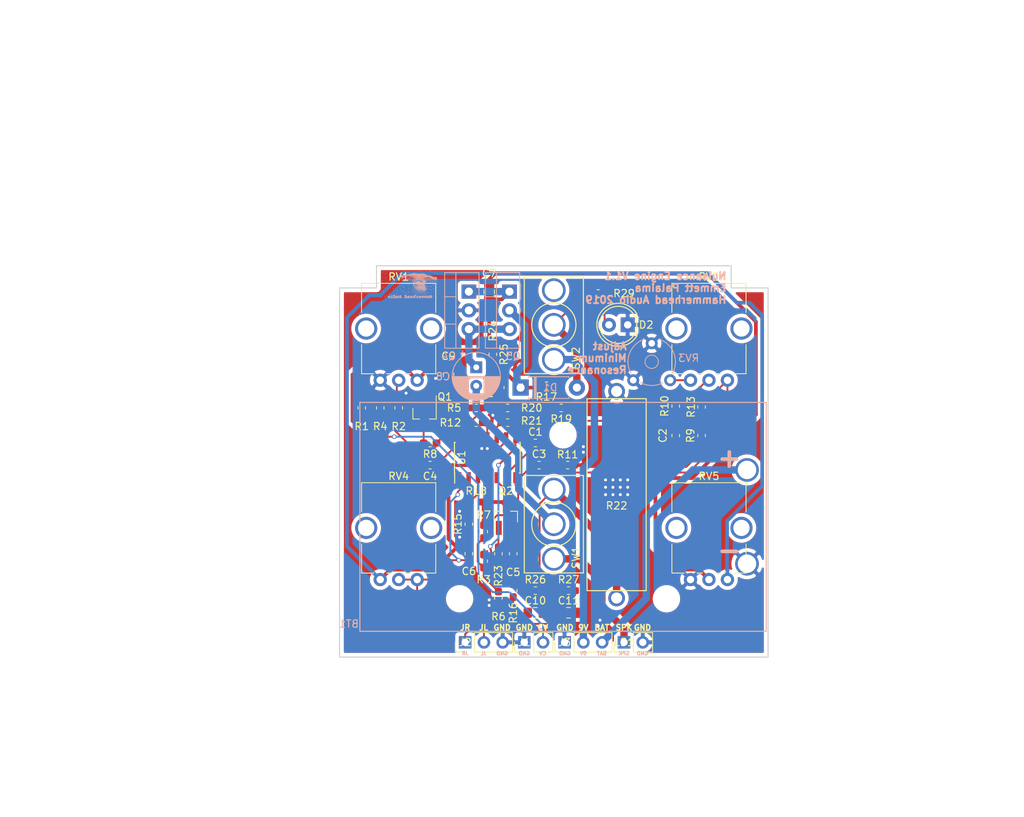
<source format=kicad_pcb>
(kicad_pcb (version 20171130) (host pcbnew "(5.1.2-1)-1")
  (layers (0 F.Cu signal) (31 B.Cu signal) (34 B.Paste user) (35 F.Paste user) (36 B.SilkS user) (37 F.SilkS user) (38 B.Mask user) (39 F.Mask user) (44 Edge.Cuts user))
  (net 0 "")
  (net 1 GND)
  (net 2 "Net-(BT1-Pad1)")
  (net 3 "Net-(C1-Pad1)")
  (net 4 "Net-(C1-Pad2)")
  (net 5 "Net-(C2-Pad2)")
  (net 6 "Net-(C3-Pad1)")
  (net 7 "Net-(C4-Pad1)")
  (net 8 "Net-(C4-Pad2)")
  (net 9 "Net-(C5-Pad1)")
  (net 10 "Net-(C6-Pad1)")
  (net 11 "Net-(C6-Pad2)")
  (net 12 "Net-(C7-Pad1)")
  (net 13 "Net-(C7-Pad2)")
  (net 14 "Net-(C8-Pad1)")
  (net 15 "Net-(C8-Pad2)")
  (net 16 VDD)
  (net 17 "Net-(C10-Pad1)")
  (net 18 "Net-(C10-Pad2)")
  (net 19 "Net-(C11-Pad1)")
  (net 20 "Net-(C11-Pad2)")
  (net 21 "Net-(D1-Pad2)")
  (net 22 "Net-(D2-Pad2)")
  (net 23 "Net-(LS1-Pad1)")
  (net 24 "Net-(Q1-Pad3)")
  (net 25 "Net-(Q2-Pad2)")
  (net 26 "Net-(Q2-Pad1)")
  (net 27 "Net-(R1-Pad2)")
  (net 28 "Net-(R2-Pad1)")
  (net 29 "Net-(R3-Pad2)")
  (net 30 "Net-(R12-Pad1)")
  (net 31 "Net-(R10-Pad2)")
  (net 32 "Net-(R14-Pad2)")
  (net 33 "Net-(R15-Pad2)")
  (net 34 "Net-(R17-Pad2)")
  (net 35 "Net-(R20-Pad2)")
  (net 36 "Net-(R22-Pad1)")
  (net 37 "Net-(RV2-Pad1)")
  (net 38 "Net-(J1-Pad2)")
  (net 39 "Net-(J3-Pad2)")
  (net 40 "Net-(SW2-Pad3)")
  (net 41 "Net-(Q1-Pad1)")
  (module HammerheadAudio:HHLOGO (layer B.Cu) (at 64.5 47.5 180)
    (fp_text reference LOGO hide)
    (fp_text value "" (at 0 0 180) (layer B.SilkS) (effects (font (size 1.27 1.27)) (justify mirror)))
  )
  (module HammerheadAudio:PTV09 (layer F.Cu) (at 59 55)
    (fp_text reference RV1 (at 0 -6.5) (layer F.SilkS))
    (fp_text value A10K)
    (pad "" thru_hole circle (at 4.4 0.5 90) (size 3 3) (drill 2.2) (layers *.Cu *.Mask))
    (pad "" thru_hole circle (at -4.4 0.5 90) (size 3 3) (drill 2.2) (layers *.Cu *.Mask))
    (pad 3 thru_hole circle (at 2.5 7.5 90) (size 1.8 1.8) (drill 1) (layers *.Cu *.Mask) (net 16 VDD))
    (pad 2 thru_hole circle (at 0 7.5 90) (size 1.8 1.8) (drill 1) (layers *.Cu *.Mask) (net 28 "Net-(R2-Pad1)"))
    (pad 1 thru_hole circle (at -2.5 7.5 90) (size 1.8 1.8) (drill 1) (layers *.Cu *.Mask) (net 1 GND))
  )
  (module HammerheadAudio:PTV09 (layer F.Cu) (at 59 82)
    (fp_text reference RV4 (at 0 -6.5) (layer F.SilkS))
    (fp_text value A1M)
    (pad "" thru_hole circle (at 4.4 0.5 90) (size 3 3) (drill 2.2) (layers *.Cu *.Mask))
    (pad "" thru_hole circle (at -4.4 0.5 90) (size 3 3) (drill 2.2) (layers *.Cu *.Mask))
    (pad 3 thru_hole circle (at 2.5 7.5 90) (size 1.8 1.8) (drill 1) (layers *.Cu *.Mask) (net 11 "Net-(C6-Pad2)"))
    (pad 2 thru_hole circle (at 0 7.5 90) (size 1.8 1.8) (drill 1) (layers *.Cu *.Mask) (net 11 "Net-(C6-Pad2)"))
    (pad 1 thru_hole circle (at -2.5 7.5 90) (size 1.8 1.8) (drill 1) (layers *.Cu *.Mask) (net 10 "Net-(C6-Pad1)"))
  )
  (module HammerheadAudio:PTV09 (layer F.Cu) (at 101 82)
    (fp_text reference RV5 (at 0 -6.5) (layer F.SilkS))
    (fp_text value B10K)
    (pad "" thru_hole circle (at 4.4 0.5 90) (size 3 3) (drill 2.2) (layers *.Cu *.Mask))
    (pad "" thru_hole circle (at -4.4 0.5 90) (size 3 3) (drill 2.2) (layers *.Cu *.Mask))
    (pad 3 thru_hole circle (at 2.5 7.5 90) (size 1.8 1.8) (drill 1) (layers *.Cu *.Mask) (net 10 "Net-(C6-Pad1)"))
    (pad 2 thru_hole circle (at 0 7.5 90) (size 1.8 1.8) (drill 1) (layers *.Cu *.Mask) (net 13 "Net-(C7-Pad2)"))
    (pad 1 thru_hole circle (at -2.5 7.5 90) (size 1.8 1.8) (drill 1) (layers *.Cu *.Mask) (net 1 GND))
  )
  (module HammerheadAudio:PTV09 (layer F.Cu) (at 101 55)
    (fp_text reference RV2 (at 0 -6.5) (layer F.SilkS))
    (fp_text value A100K)
    (pad "" thru_hole circle (at 4.4 0.5 90) (size 3 3) (drill 2.2) (layers *.Cu *.Mask))
    (pad "" thru_hole circle (at -4.4 0.5 90) (size 3 3) (drill 2.2) (layers *.Cu *.Mask))
    (pad 3 thru_hole circle (at 2.5 7.5 90) (size 1.8 1.8) (drill 1) (layers *.Cu *.Mask) (net 6 "Net-(C3-Pad1)"))
    (pad 2 thru_hole circle (at 0 7.5 90) (size 1.8 1.8) (drill 1) (layers *.Cu *.Mask) (net 31 "Net-(R10-Pad2)"))
    (pad 1 thru_hole circle (at -2.5 7.5 90) (size 1.8 1.8) (drill 1) (layers *.Cu *.Mask) (net 37 "Net-(RV2-Pad1)"))
  )
  (module HammerheadAudio:Toggle_3Lug (layer F.Cu) (at 80 82)
    (fp_text reference SW1 (at 3 4.5 90) (layer F.SilkS))
    (fp_text value SW_SPDT)
    (pad 1 thru_hole circle (at 0 4.7) (size 3.2 3.2) (drill 2.5) (layers *.Cu *.Mask) (net 23 "Net-(LS1-Pad1)"))
    (pad 2 thru_hole circle (at 0 0) (size 3.2 3.2) (drill 2.5) (layers *.Cu *.Mask) (net 15 "Net-(C8-Pad2)"))
    (pad 3 thru_hole circle (at 0 -4.7) (size 3.2 3.2) (drill 2.5) (layers *.Cu *.Mask) (net 36 "Net-(R22-Pad1)"))
  )
  (module Diode_THT:D_DO-41_SOD81_P7.62mm_Horizontal (layer B.Cu) (at 75.5 63.5)
    (fp_text reference D1 (at 4 0) (layer B.SilkS) (effects (justify mirror)))
    (fp_text value 1N4001)
    (fp_text user K (at 0 0) (layer B.SilkS) (effects (justify mirror)))
    (pad 2 thru_hole oval (at 7.62 0) (size 2.2 2.2) (drill 1.1) (layers *.Cu *.Mask) (net 21 "Net-(D1-Pad2)"))
    (pad 1 thru_hole rect (at 0 0) (size 2.2 2.2) (drill 1.1) (layers *.Cu *.Mask) (net 16 VDD))
  )
  (module Package_SO:SOIC-14_3.9x8.7mm_P1.27mm (layer F.Cu) (at 71 73 90)
    (fp_text reference U1 (at 0 -3.5 90) (layer F.SilkS))
    (fp_text value LM324)
    (pad 14 smd rect (at 2.7 -3.81 90) (size 1.5 0.6) (layers F.Cu F.Paste F.Mask) (net 8 "Net-(C4-Pad2)"))
    (pad 13 smd rect (at 2.7 -2.54 90) (size 1.5 0.6) (layers F.Cu F.Paste F.Mask) (net 7 "Net-(C4-Pad1)"))
    (pad 12 smd rect (at 2.7 -1.27 90) (size 1.5 0.6) (layers F.Cu F.Paste F.Mask) (net 30 "Net-(R12-Pad1)"))
    (pad 11 smd rect (at 2.7 0 90) (size 1.5 0.6) (layers F.Cu F.Paste F.Mask) (net 1 GND))
    (pad 10 smd rect (at 2.7 1.27 90) (size 1.5 0.6) (layers F.Cu F.Paste F.Mask) (net 35 "Net-(R20-Pad2)"))
    (pad 9 smd rect (at 2.7 2.54 90) (size 1.5 0.6) (layers F.Cu F.Paste F.Mask) (net 8 "Net-(C4-Pad2)"))
    (pad 8 smd rect (at 2.7 3.81 90) (size 1.5 0.6) (layers F.Cu F.Paste F.Mask) (net 32 "Net-(R14-Pad2)"))
    (pad 7 smd rect (at -2.7 3.81 90) (size 1.5 0.6) (layers F.Cu F.Paste F.Mask) (net 6 "Net-(C3-Pad1)"))
    (pad 6 smd rect (at -2.7 2.54 90) (size 1.5 0.6) (layers F.Cu F.Paste F.Mask) (net 4 "Net-(C1-Pad2)"))
    (pad 5 smd rect (at -2.7 1.27 90) (size 1.5 0.6) (layers F.Cu F.Paste F.Mask) (net 29 "Net-(R3-Pad2)"))
    (pad 4 smd rect (at -2.7 0 90) (size 1.5 0.6) (layers F.Cu F.Paste F.Mask) (net 16 VDD))
    (pad 3 smd rect (at -2.7 -1.27 90) (size 1.5 0.6) (layers F.Cu F.Paste F.Mask) (net 33 "Net-(R15-Pad2)"))
    (pad 2 smd rect (at -2.7 -2.54 90) (size 1.5 0.6) (layers F.Cu F.Paste F.Mask) (net 11 "Net-(C6-Pad2)"))
    (pad 1 smd rect (at -2.7 -3.81 90) (size 1.5 0.6) (layers F.Cu F.Paste F.Mask) (net 10 "Net-(C6-Pad1)"))
  )
  (module Package_TO_SOT_THT:TO-220-3_Vertical (layer B.Cu) (at 68.5 50.5 270)
    (fp_text reference Q4 (at 8.75 2.75) (layer B.SilkS) (effects (justify mirror)))
    (fp_text value TIP32A)
    (pad 3 thru_hole oval (at 5.08 0 270) (size 1.905 2) (drill 1.1) (layers *.Cu *.Mask) (net 14 "Net-(C8-Pad1)"))
    (pad 2 thru_hole oval (at 2.54 0 270) (size 1.905 2) (drill 1.1) (layers *.Cu *.Mask) (net 1 GND))
    (pad 1 thru_hole rect (at 0 0 270) (size 1.905 2) (drill 1.1) (layers *.Cu *.Mask) (net 12 "Net-(C7-Pad1)"))
  )
  (module Package_TO_SOT_THT:TO-220-3_Vertical (layer B.Cu) (at 74 50.5 270)
    (fp_text reference Q3 (at 8.75 -0.5) (layer B.SilkS) (effects (justify mirror)))
    (fp_text value TIP31A)
    (pad 3 thru_hole oval (at 5.08 0 270) (size 1.905 2) (drill 1.1) (layers *.Cu *.Mask) (net 14 "Net-(C8-Pad1)"))
    (pad 2 thru_hole oval (at 2.54 0 270) (size 1.905 2) (drill 1.1) (layers *.Cu *.Mask) (net 16 VDD))
    (pad 1 thru_hole rect (at 0 0 270) (size 1.905 2) (drill 1.1) (layers *.Cu *.Mask) (net 12 "Net-(C7-Pad1)"))
  )
  (module HammerheadAudio:9V_Clip (layer B.Cu) (at 81.25 81)
    (fp_text reference BT1 (at -29 14.5) (layer B.SilkS) (effects (justify mirror)))
    (fp_text value 9V_Battery)
    (fp_text user + (at 22.5 -8) (layer B.SilkS) (effects (font (size 2.5 2.5) (thickness 0.5)) (justify mirror)))
    (fp_text user - (at 22.5 4.5) (layer B.SilkS) (effects (font (size 2.5 2.5) (thickness 0.5)) (justify mirror)))
    (pad "" np_thru_hole circle (at 0 -11.1) (size 2.7 2.7) (drill 2.7) (layers *.Cu *.Mask))
    (pad "" np_thru_hole circle (at -14 11.1) (size 2.7 2.7) (drill 2.7) (layers *.Cu *.Mask))
    (pad "" np_thru_hole circle (at 14 11.1) (size 2.7 2.7) (drill 2.7) (layers *.Cu *.Mask))
    (pad 2 thru_hole circle (at 24.9 6.35) (size 3.2 3.2) (drill 2.5) (layers *.Cu *.Mask) (net 1 GND))
    (pad 1 thru_hole circle (at 24.9 -6.35) (size 3.2 3.2) (drill 2.5) (layers *.Cu *.Mask) (net 2 "Net-(BT1-Pad1)"))
  )
  (module LEDs:LED-5MM (layer F.Cu) (at 90 55 180)
    (fp_text reference D2 (at -2.5 0 180) (layer F.SilkS))
    (fp_text value LED)
    (pad 1 thru_hole rect (at 0 0 270) (size 2 1.9) (drill 1.00076) (layers *.Cu *.Mask) (net 1 GND))
    (pad 2 thru_hole circle (at 2.54 0 180) (size 1.9 1.9) (drill 1.00076) (layers *.Cu *.Mask) (net 22 "Net-(D2-Pad2)"))
  )
  (module HammerheadAudio:Resistor_Vishay5W (layer F.Cu) (at 88.5 78 90)
    (fp_text reference R22 (at -1.5 0 180) (layer F.SilkS))
    (fp_text value 8-Ohm-5W)
    (pad 1 thru_hole circle (at -14 0 90) (size 2.262 2.262) (drill 1.5) (layers *.Cu *.Mask) (net 36 "Net-(R22-Pad1)"))
    (pad 2 thru_hole circle (at 14 0 90) (size 2.262 2.262) (drill 1.5) (layers *.Cu *.Mask) (net 1 GND))
  )
  (module Potentiometers:Potentiometer_Trimmer_Piher_PT-6v_Horizontal (layer B.Cu) (at 90.75 62.5 90)
    (fp_text reference RV3 (at 3 7.5 180) (layer B.SilkS) (effects (justify mirror)))
    (fp_text value 100k_TRIM)
    (pad 3 thru_hole circle (at 0 5 90) (size 1.62 1.62) (drill 0.9) (layers *.Cu *.Mask) (net 37 "Net-(RV2-Pad1)"))
    (pad 2 thru_hole circle (at 5 2.5 90) (size 1.62 1.62) (drill 0.9) (layers *.Cu *.Mask) (net 1 GND))
    (pad 1 thru_hole circle (at 0 0 90) (size 1.62 1.62) (drill 0.9) (layers *.Cu *.Mask) (net 1 GND))
  )
  (module HammerheadAudio:Toggle_3Lug (layer F.Cu) (at 80 55)
    (fp_text reference SW2 (at 3 4.5 90) (layer F.SilkS))
    (fp_text value SW_SPDT)
    (pad 1 thru_hole circle (at 0 4.7) (size 3.2 3.2) (drill 2.5) (layers *.Cu *.Mask) (net 39 "Net-(J3-Pad2)"))
    (pad 2 thru_hole circle (at 0 0) (size 3.2 3.2) (drill 2.5) (layers *.Cu *.Mask) (net 21 "Net-(D1-Pad2)"))
    (pad 3 thru_hole circle (at 0 -4.7) (size 3.2 3.2) (drill 2.5) (layers *.Cu *.Mask) (net 40 "Net-(SW2-Pad3)"))
  )
  (module Connector_PinHeader_2.54mm:PinHeader_1x02_P2.54mm_Vertical (layer F.Cu) (at 76 98 90)
    (fp_text reference J1 (at 0 0 180) (layer F.SilkS))
    (fp_text value CV)
    (pad 2 thru_hole oval (at 0 2.54 90) (size 1.7 1.7) (drill 1) (layers *.Cu *.Mask) (net 38 "Net-(J1-Pad2)"))
    (pad 1 thru_hole rect (at 0 0 90) (size 1.7 1.7) (drill 1) (layers *.Cu *.Mask) (net 1 GND))
  )
  (module Connector_PinHeader_2.54mm:PinHeader_1x03_P2.54mm_Vertical (layer F.Cu) (at 68 98 90)
    (fp_text reference J2 (at 0 0) (layer F.SilkS))
    (fp_text value Headphones)
    (pad 3 thru_hole oval (at 0 5.08 90) (size 1.7 1.7) (drill 1) (layers *.Cu *.Mask) (net 1 GND))
    (pad 2 thru_hole oval (at 0 2.54 90) (size 1.7 1.7) (drill 1) (layers *.Cu *.Mask) (net 19 "Net-(C11-Pad1)"))
    (pad 1 thru_hole rect (at 0 0 90) (size 1.7 1.7) (drill 1) (layers *.Cu *.Mask) (net 17 "Net-(C10-Pad1)"))
  )
  (module Connector_PinHeader_2.54mm:PinHeader_1x03_P2.54mm_Vertical (layer F.Cu) (at 81.46 98 90)
    (fp_text reference J3 (at 0 0 180) (layer F.SilkS))
    (fp_text value Power)
    (pad 1 thru_hole rect (at 0 0 90) (size 1.7 1.7) (drill 1) (layers *.Cu *.Mask) (net 1 GND))
    (pad 2 thru_hole oval (at 0 2.54 90) (size 1.7 1.7) (drill 1) (layers *.Cu *.Mask) (net 39 "Net-(J3-Pad2)"))
    (pad 3 thru_hole oval (at 0 5.08 90) (size 1.7 1.7) (drill 1) (layers *.Cu *.Mask) (net 2 "Net-(BT1-Pad1)"))
  )
  (module Connector_PinHeader_2.54mm:PinHeader_1x02_P2.54mm_Vertical (layer F.Cu) (at 89.5 98 90)
    (fp_text reference LS1 (at 0 0) (layer F.SilkS))
    (fp_text value Speaker)
    (pad 1 thru_hole rect (at 0 0 90) (size 1.7 1.7) (drill 1) (layers *.Cu *.Mask) (net 23 "Net-(LS1-Pad1)"))
    (pad 2 thru_hole oval (at 0 2.54 90) (size 1.7 1.7) (drill 1) (layers *.Cu *.Mask) (net 1 GND))
  )
  (module Capacitor_THT:CP_Radial_D6.3mm_P2.50mm (layer B.Cu) (at 69.5 60.75 270)
    (fp_text reference C8 (at 1.25 4.5) (layer B.SilkS) (effects (justify mirror)))
    (fp_text value 100uf)
    (pad 1 thru_hole rect (at 0 0 270) (size 1.6 1.6) (drill 0.8) (layers *.Cu *.Mask) (net 14 "Net-(C8-Pad1)"))
    (pad 2 thru_hole circle (at 2.5 0 270) (size 1.6 1.6) (drill 0.8) (layers *.Cu *.Mask) (net 15 "Net-(C8-Pad2)"))
  )
  (module Capacitor_SMD:C_0603_1608Metric_Pad1.05x0.95mm_HandSolder (layer F.Cu) (at 77.5 71 180)
    (fp_text reference C1 (at 0 1.5) (layer F.SilkS))
    (fp_text value 47pf)
    (pad 1 smd roundrect (at -0.875 0 180) (size 1.05 0.95) (layers F.Cu F.Paste F.Mask) (net 3 "Net-(C1-Pad1)"))
    (pad 2 smd roundrect (at 0.875 0 180) (size 1.05 0.95) (layers F.Cu F.Paste F.Mask) (net 4 "Net-(C1-Pad2)"))
  )
  (module Capacitor_SMD:C_0603_1608Metric_Pad1.05x0.95mm_HandSolder (layer F.Cu) (at 96.5 70 90)
    (fp_text reference C2 (at 0 -1.75 90) (layer F.SilkS))
    (fp_text value 0.047uf)
    (pad 1 smd roundrect (at -0.875 0 90) (size 1.05 0.95) (layers F.Cu F.Paste F.Mask) (net 1 GND))
    (pad 2 smd roundrect (at 0.875 0 90) (size 1.05 0.95) (layers F.Cu F.Paste F.Mask) (net 5 "Net-(C2-Pad2)"))
  )
  (module Capacitor_SMD:C_0603_1608Metric_Pad1.05x0.95mm_HandSolder (layer F.Cu) (at 78 74)
    (fp_text reference C3 (at 0 -1.5) (layer F.SilkS))
    (fp_text value 47pf)
    (pad 2 smd roundrect (at 0.875 0) (size 1.05 0.95) (layers F.Cu F.Paste F.Mask) (net 3 "Net-(C1-Pad1)"))
    (pad 1 smd roundrect (at -0.875 0) (size 1.05 0.95) (layers F.Cu F.Paste F.Mask) (net 6 "Net-(C3-Pad1)"))
  )
  (module Capacitor_SMD:C_0603_1608Metric_Pad1.05x0.95mm_HandSolder (layer F.Cu) (at 63.25 74)
    (fp_text reference C4 (at 0 1.5 180) (layer F.SilkS))
    (fp_text value 0.047uf)
    (pad 2 smd roundrect (at 0.875 0) (size 1.05 0.95) (layers F.Cu F.Paste F.Mask) (net 8 "Net-(C4-Pad2)"))
    (pad 1 smd roundrect (at -0.875 0) (size 1.05 0.95) (layers F.Cu F.Paste F.Mask) (net 7 "Net-(C4-Pad1)"))
  )
  (module Capacitor_SMD:C_0603_1608Metric_Pad1.05x0.95mm_HandSolder (layer F.Cu) (at 74.5 86 90)
    (fp_text reference C5 (at -2.5 0 180) (layer F.SilkS))
    (fp_text value 0.1uf)
    (pad 2 smd roundrect (at 0.875 0 90) (size 1.05 0.95) (layers F.Cu F.Paste F.Mask) (net 6 "Net-(C3-Pad1)"))
    (pad 1 smd roundrect (at -0.875 0 90) (size 1.05 0.95) (layers F.Cu F.Paste F.Mask) (net 9 "Net-(C5-Pad1)"))
  )
  (module Capacitor_SMD:C_0603_1608Metric_Pad1.05x0.95mm_HandSolder (layer F.Cu) (at 68.5 86 270)
    (fp_text reference C6 (at 2.375 0) (layer F.SilkS))
    (fp_text value 0.01uf)
    (pad 1 smd roundrect (at -0.875 0 270) (size 1.05 0.95) (layers F.Cu F.Paste F.Mask) (net 10 "Net-(C6-Pad1)"))
    (pad 2 smd roundrect (at 0.875 0 270) (size 1.05 0.95) (layers F.Cu F.Paste F.Mask) (net 11 "Net-(C6-Pad2)"))
  )
  (module Capacitor_SMD:C_0805_2012Metric_Pad1.15x1.40mm_HandSolder (layer F.Cu) (at 71.25 50.525 90)
    (fp_text reference C7 (at 2.5 0) (layer F.SilkS))
    (fp_text value 0.47uf)
    (pad 1 smd roundrect (at -1.025 0 90) (size 1.15 1.4) (layers F.Cu F.Paste F.Mask) (roundrect_rratio 0.217391) (net 12 "Net-(C7-Pad1)"))
    (pad 2 smd roundrect (at 1.025 0 90) (size 1.15 1.4) (layers F.Cu F.Paste F.Mask) (roundrect_rratio 0.217391) (net 13 "Net-(C7-Pad2)"))
  )
  (module Resistor_SMD:R_0805_2012Metric_Pad1.15x1.40mm_HandSolder (layer F.Cu) (at 65.75 61.75 270)
    (fp_text reference C9 (at -2.525 0 180) (layer F.SilkS))
    (fp_text value DNP)
    (pad 1 smd roundrect (at -1.025 0 270) (size 1.15 1.4) (layers F.Cu F.Paste F.Mask) (roundrect_rratio 0.217391) (net 16 VDD))
    (pad 2 smd roundrect (at 1.025 0 270) (size 1.15 1.4) (layers F.Cu F.Paste F.Mask) (roundrect_rratio 0.217391) (net 1 GND))
  )
  (module Resistor_SMD:R_0805_2012Metric_Pad1.15x1.40mm_HandSolder (layer F.Cu) (at 77.5 94)
    (fp_text reference C10 (at 0 -1.65) (layer F.SilkS))
    (fp_text value 10uf)
    (pad 2 smd roundrect (at 1.025 0) (size 1.15 1.4) (layers F.Cu F.Paste F.Mask) (roundrect_rratio 0.217391) (net 18 "Net-(C10-Pad2)"))
    (pad 1 smd roundrect (at -1.025 0) (size 1.15 1.4) (layers F.Cu F.Paste F.Mask) (roundrect_rratio 0.217391) (net 17 "Net-(C10-Pad1)"))
  )
  (module Resistor_SMD:R_0805_2012Metric_Pad1.15x1.40mm_HandSolder (layer F.Cu) (at 82 94)
    (fp_text reference C11 (at 0 -1.65) (layer F.SilkS))
    (fp_text value 10uf)
    (pad 1 smd roundrect (at -1.025 0) (size 1.15 1.4) (layers F.Cu F.Paste F.Mask) (roundrect_rratio 0.217391) (net 19 "Net-(C11-Pad1)"))
    (pad 2 smd roundrect (at 1.025 0) (size 1.15 1.4) (layers F.Cu F.Paste F.Mask) (roundrect_rratio 0.217391) (net 20 "Net-(C11-Pad2)"))
  )
  (module Package_TO_SOT_SMD:SOT-23_Handsoldering (layer F.Cu) (at 62.5 67 270)
    (fp_text reference Q1 (at -2.25 -2.75) (layer F.SilkS))
    (fp_text value 2N3904)
    (pad 3 smd rect (at 1.5 0 270) (size 1.9 0.8) (layers F.Cu F.Paste F.Mask) (net 24 "Net-(Q1-Pad3)"))
    (pad 2 smd rect (at -1.5 0.95 270) (size 1.9 0.8) (layers F.Cu F.Paste F.Mask) (net 1 GND))
    (pad 1 smd rect (at -1.5 -0.95 270) (size 1.9 0.8) (layers F.Cu F.Paste F.Mask) (net 41 "Net-(Q1-Pad1)"))
  )
  (module Package_TO_SOT_SMD:SOT-23_Handsoldering (layer F.Cu) (at 73.5 81 90)
    (fp_text reference Q2 (at 3.5 0) (layer F.SilkS))
    (fp_text value 2N3904)
    (pad 1 smd rect (at -1.5 -0.95 90) (size 1.9 0.8) (layers F.Cu F.Paste F.Mask) (net 26 "Net-(Q2-Pad1)"))
    (pad 2 smd rect (at -1.5 0.95 90) (size 1.9 0.8) (layers F.Cu F.Paste F.Mask) (net 25 "Net-(Q2-Pad2)"))
    (pad 3 smd rect (at 1.5 0 90) (size 1.9 0.8) (layers F.Cu F.Paste F.Mask) (net 16 VDD))
  )
  (module Resistor_SMD:R_0603_1608Metric_Pad1.05x0.95mm_HandSolder (layer F.Cu) (at 54 66.25 90)
    (fp_text reference R1 (at -2.5 0 180) (layer F.SilkS))
    (fp_text value 1k)
    (pad 1 smd roundrect (at -0.875 0 90) (size 1.05 0.95) (layers F.Cu F.Paste F.Mask) (net 38 "Net-(J1-Pad2)"))
    (pad 2 smd roundrect (at 0.875 0 90) (size 1.05 0.95) (layers F.Cu F.Paste F.Mask) (net 27 "Net-(R1-Pad2)"))
  )
  (module Resistor_SMD:R_0603_1608Metric_Pad1.05x0.95mm_HandSolder (layer F.Cu) (at 59 66.25 270)
    (fp_text reference R2 (at 2.5 0 180) (layer F.SilkS))
    (fp_text value 1k)
    (pad 1 smd roundrect (at -0.875 0 270) (size 1.05 0.95) (layers F.Cu F.Paste F.Mask) (net 28 "Net-(R2-Pad1)"))
    (pad 2 smd roundrect (at 0.875 0 270) (size 1.05 0.95) (layers F.Cu F.Paste F.Mask) (net 27 "Net-(R1-Pad2)"))
  )
  (module Resistor_SMD:R_0603_1608Metric_Pad1.05x0.95mm_HandSolder (layer F.Cu) (at 70.5 87 270)
    (fp_text reference R3 (at 2.5 0 180) (layer F.SilkS))
    (fp_text value 22k)
    (pad 1 smd roundrect (at -0.875 0 270) (size 1.05 0.95) (layers F.Cu F.Paste F.Mask) (net 25 "Net-(Q2-Pad2)"))
    (pad 2 smd roundrect (at 0.875 0 270) (size 1.05 0.95) (layers F.Cu F.Paste F.Mask) (net 29 "Net-(R3-Pad2)"))
  )
  (module Resistor_SMD:R_0603_1608Metric_Pad1.05x0.95mm_HandSolder (layer F.Cu) (at 56.5 66.25 270)
    (fp_text reference R4 (at 2.5 0) (layer F.SilkS))
    (fp_text value 100k)
    (pad 1 smd roundrect (at -0.875 0 270) (size 1.05 0.95) (layers F.Cu F.Paste F.Mask) (net 27 "Net-(R1-Pad2)"))
    (pad 2 smd roundrect (at 0.875 0 270) (size 1.05 0.95) (layers F.Cu F.Paste F.Mask) (net 7 "Net-(C4-Pad1)"))
  )
  (module Resistor_SMD:R_0603_1608Metric_Pad1.05x0.95mm_HandSolder (layer F.Cu) (at 69.5 66.25)
    (fp_text reference R5 (at -3 0 -180) (layer F.SilkS))
    (fp_text value 47k)
    (pad 1 smd roundrect (at -0.875 0) (size 1.05 0.95) (layers F.Cu F.Paste F.Mask) (net 27 "Net-(R1-Pad2)"))
    (pad 2 smd roundrect (at 0.875 0) (size 1.05 0.95) (layers F.Cu F.Paste F.Mask) (net 30 "Net-(R12-Pad1)"))
  )
  (module Resistor_SMD:R_0603_1608Metric_Pad1.05x0.95mm_HandSolder (layer F.Cu) (at 72.5 92 270)
    (fp_text reference R6 (at 2.5 0) (layer F.SilkS))
    (fp_text value 2.2k)
    (pad 2 smd roundrect (at 0.875 0 270) (size 1.05 0.95) (layers F.Cu F.Paste F.Mask) (net 1 GND))
    (pad 1 smd roundrect (at -0.875 0 270) (size 1.05 0.95) (layers F.Cu F.Paste F.Mask) (net 29 "Net-(R3-Pad2)"))
  )
  (module Resistor_SMD:R_0603_1608Metric_Pad1.05x0.95mm_HandSolder (layer F.Cu) (at 70.5 83 270)
    (fp_text reference R7 (at -2.25 0) (layer F.SilkS))
    (fp_text value 2.2k)
    (pad 1 smd roundrect (at -0.875 0 270) (size 1.05 0.95) (layers F.Cu F.Paste F.Mask) (net 16 VDD))
    (pad 2 smd roundrect (at 0.875 0 270) (size 1.05 0.95) (layers F.Cu F.Paste F.Mask) (net 29 "Net-(R3-Pad2)"))
  )
  (module Resistor_SMD:R_0603_1608Metric_Pad1.05x0.95mm_HandSolder (layer F.Cu) (at 63.25 71)
    (fp_text reference R8 (at 0 1.5 180) (layer F.SilkS))
    (fp_text value 47k)
    (pad 1 smd roundrect (at -0.875 0) (size 1.05 0.95) (layers F.Cu F.Paste F.Mask) (net 24 "Net-(Q1-Pad3)"))
    (pad 2 smd roundrect (at 0.875 0) (size 1.05 0.95) (layers F.Cu F.Paste F.Mask) (net 7 "Net-(C4-Pad1)"))
  )
  (module Resistor_SMD:R_0603_1608Metric_Pad1.05x0.95mm_HandSolder (layer F.Cu) (at 100 70 270)
    (fp_text reference R9 (at 0 1.5 90) (layer F.SilkS))
    (fp_text value 1.5M)
    (pad 1 smd roundrect (at -0.875 0 270) (size 1.05 0.95) (layers F.Cu F.Paste F.Mask) (net 4 "Net-(C1-Pad2)"))
    (pad 2 smd roundrect (at 0.875 0 270) (size 1.05 0.95) (layers F.Cu F.Paste F.Mask) (net 5 "Net-(C2-Pad2)"))
  )
  (module Resistor_SMD:R_0603_1608Metric_Pad1.05x0.95mm_HandSolder (layer F.Cu) (at 96.5 66 90)
    (fp_text reference R10 (at 0 -1.5 90) (layer F.SilkS))
    (fp_text value 2.2M)
    (pad 2 smd roundrect (at 0.875 0 90) (size 1.05 0.95) (layers F.Cu F.Paste F.Mask) (net 31 "Net-(R10-Pad2)"))
    (pad 1 smd roundrect (at -0.875 0 90) (size 1.05 0.95) (layers F.Cu F.Paste F.Mask) (net 4 "Net-(C1-Pad2)"))
  )
  (module Resistor_SMD:R_0603_1608Metric_Pad1.05x0.95mm_HandSolder (layer F.Cu) (at 81.875 74)
    (fp_text reference R11 (at 0 -1.43) (layer F.SilkS))
    (fp_text value 1M)
    (pad 2 smd roundrect (at 0.875 0) (size 1.05 0.95) (layers F.Cu F.Paste F.Mask) (net 1 GND))
    (pad 1 smd roundrect (at -0.875 0) (size 1.05 0.95) (layers F.Cu F.Paste F.Mask) (net 3 "Net-(C1-Pad1)"))
  )
  (module Resistor_SMD:R_0603_1608Metric_Pad1.05x0.95mm_HandSolder (layer F.Cu) (at 69.5 68.25)
    (fp_text reference R12 (at -3.5 0 180) (layer F.SilkS))
    (fp_text value 47k)
    (pad 2 smd roundrect (at 0.875 0) (size 1.05 0.95) (layers F.Cu F.Paste F.Mask) (net 1 GND))
    (pad 1 smd roundrect (at -0.875 0) (size 1.05 0.95) (layers F.Cu F.Paste F.Mask) (net 30 "Net-(R12-Pad1)"))
  )
  (module Resistor_SMD:R_0603_1608Metric_Pad1.05x0.95mm_HandSolder (layer F.Cu) (at 100 66.125 90)
    (fp_text reference R13 (at 0 -1.43 270) (layer F.SilkS))
    (fp_text value 1.5M)
    (pad 2 smd roundrect (at 0.875 0 90) (size 1.05 0.95) (layers F.Cu F.Paste F.Mask) (net 6 "Net-(C3-Pad1)"))
    (pad 1 smd roundrect (at -0.875 0 90) (size 1.05 0.95) (layers F.Cu F.Paste F.Mask) (net 5 "Net-(C2-Pad2)"))
  )
  (module Resistor_SMD:R_0603_1608Metric_Pad1.05x0.95mm_HandSolder (layer F.Cu) (at 72.75 63.5 270)
    (fp_text reference R14 (at 0 1.5 90) (layer F.SilkS))
    (fp_text value 10k)
    (pad 1 smd roundrect (at -0.875 0 270) (size 1.05 0.95) (layers F.Cu F.Paste F.Mask) (net 41 "Net-(Q1-Pad1)"))
    (pad 2 smd roundrect (at 0.875 0 270) (size 1.05 0.95) (layers F.Cu F.Paste F.Mask) (net 32 "Net-(R14-Pad2)"))
  )
  (module Resistor_SMD:R_0603_1608Metric_Pad1.05x0.95mm_HandSolder (layer F.Cu) (at 68.5 82 90)
    (fp_text reference R15 (at 0 -1.5 90) (layer F.SilkS))
    (fp_text value 10k)
    (pad 2 smd roundrect (at 0.875 0 90) (size 1.05 0.95) (layers F.Cu F.Paste F.Mask) (net 33 "Net-(R15-Pad2)"))
    (pad 1 smd roundrect (at -0.875 0 90) (size 1.05 0.95) (layers F.Cu F.Paste F.Mask) (net 1 GND))
  )
  (module Resistor_SMD:R_0603_1608Metric_Pad1.05x0.95mm_HandSolder (layer F.Cu) (at 74.5 91 270)
    (fp_text reference R16 (at 3 0 270) (layer F.SilkS))
    (fp_text value 10)
    (pad 2 smd roundrect (at 0.875 0 270) (size 1.05 0.95) (layers F.Cu F.Paste F.Mask) (net 11 "Net-(C6-Pad2)"))
    (pad 1 smd roundrect (at -0.875 0 270) (size 1.05 0.95) (layers F.Cu F.Paste F.Mask) (net 9 "Net-(C5-Pad1)"))
  )
  (module Resistor_SMD:R_0603_1608Metric_Pad1.05x0.95mm_HandSolder (layer F.Cu) (at 79 63.25)
    (fp_text reference R17 (at 0 1.5) (layer F.SilkS))
    (fp_text value 10k)
    (pad 2 smd roundrect (at 0.875 0) (size 1.05 0.95) (layers F.Cu F.Paste F.Mask) (net 34 "Net-(R17-Pad2)"))
    (pad 1 smd roundrect (at -0.875 0) (size 1.05 0.95) (layers F.Cu F.Paste F.Mask) (net 16 VDD))
  )
  (module Resistor_SMD:R_0603_1608Metric_Pad1.05x0.95mm_HandSolder (layer F.Cu) (at 69.5 79 180)
    (fp_text reference R18 (at 0 1.5 180) (layer F.SilkS))
    (fp_text value 10k)
    (pad 1 smd roundrect (at -0.875 0 180) (size 1.05 0.95) (layers F.Cu F.Paste F.Mask) (net 16 VDD))
    (pad 2 smd roundrect (at 0.875 0 180) (size 1.05 0.95) (layers F.Cu F.Paste F.Mask) (net 33 "Net-(R15-Pad2)"))
  )
  (module Resistor_SMD:R_0603_1608Metric_Pad1.05x0.95mm_HandSolder (layer F.Cu) (at 81 66.25)
    (fp_text reference R19 (at 0 1.5) (layer F.SilkS))
    (fp_text value 10k)
    (pad 1 smd roundrect (at -0.875 0) (size 1.05 0.95) (layers F.Cu F.Paste F.Mask) (net 34 "Net-(R17-Pad2)"))
    (pad 2 smd roundrect (at 0.875 0) (size 1.05 0.95) (layers F.Cu F.Paste F.Mask) (net 1 GND))
  )
  (module Resistor_SMD:R_0603_1608Metric_Pad1.05x0.95mm_HandSolder (layer F.Cu) (at 73.75 66.25 180)
    (fp_text reference R20 (at -3.25 0 180) (layer F.SilkS))
    (fp_text value 47k)
    (pad 1 smd roundrect (at -0.875 0 180) (size 1.05 0.95) (layers F.Cu F.Paste F.Mask) (net 34 "Net-(R17-Pad2)"))
    (pad 2 smd roundrect (at 0.875 0 180) (size 1.05 0.95) (layers F.Cu F.Paste F.Mask) (net 35 "Net-(R20-Pad2)"))
  )
  (module Resistor_SMD:R_0603_1608Metric_Pad1.05x0.95mm_HandSolder (layer F.Cu) (at 73.75 68.25)
    (fp_text reference R21 (at 3.25 -0.25) (layer F.SilkS))
    (fp_text value 100k)
    (pad 2 smd roundrect (at 0.875 0) (size 1.05 0.95) (layers F.Cu F.Paste F.Mask) (net 32 "Net-(R14-Pad2)"))
    (pad 1 smd roundrect (at -0.875 0) (size 1.05 0.95) (layers F.Cu F.Paste F.Mask) (net 35 "Net-(R20-Pad2)"))
  )
  (module Resistor_SMD:R_0603_1608Metric_Pad1.05x0.95mm_HandSolder (layer F.Cu) (at 72.5 86 90)
    (fp_text reference R23 (at -3 0 270) (layer F.SilkS))
    (fp_text value 10k)
    (pad 2 smd roundrect (at 0.875 0 90) (size 1.05 0.95) (layers F.Cu F.Paste F.Mask) (net 26 "Net-(Q2-Pad1)"))
    (pad 1 smd roundrect (at -0.875 0 90) (size 1.05 0.95) (layers F.Cu F.Paste F.Mask) (net 32 "Net-(R14-Pad2)"))
  )
  (module Resistor_SMD:R_0603_1608Metric_Pad1.05x0.95mm_HandSolder (layer F.Cu) (at 71.75 59 270)
    (fp_text reference R24 (at -3.2 0 270) (layer F.SilkS))
    (fp_text value 100k)
    (pad 2 smd roundrect (at 0.875 0 270) (size 1.05 0.95) (layers F.Cu F.Paste F.Mask) (net 16 VDD))
    (pad 1 smd roundrect (at -0.875 0 270) (size 1.05 0.95) (layers F.Cu F.Paste F.Mask) (net 12 "Net-(C7-Pad1)"))
  )
  (module Resistor_SMD:R_0603_1608Metric_Pad1.05x0.95mm_HandSolder (layer F.Cu) (at 74.75 59 90)
    (fp_text reference R25 (at 0 -1.5 90) (layer F.SilkS))
    (fp_text value 100k)
    (pad 1 smd roundrect (at -0.875 0 90) (size 1.05 0.95) (layers F.Cu F.Paste F.Mask) (net 1 GND))
    (pad 2 smd roundrect (at 0.875 0 90) (size 1.05 0.95) (layers F.Cu F.Paste F.Mask) (net 12 "Net-(C7-Pad1)"))
  )
  (module Resistor_SMD:R_0603_1608Metric_Pad1.05x0.95mm_HandSolder (layer F.Cu) (at 77.5 91 180)
    (fp_text reference R26 (at 0 1.5 180) (layer F.SilkS))
    (fp_text value 220)
    (pad 2 smd roundrect (at 0.875 0 180) (size 1.05 0.95) (layers F.Cu F.Paste F.Mask) (net 18 "Net-(C10-Pad2)"))
    (pad 1 smd roundrect (at -0.875 0 180) (size 1.05 0.95) (layers F.Cu F.Paste F.Mask) (net 36 "Net-(R22-Pad1)"))
  )
  (module Resistor_SMD:R_0603_1608Metric_Pad1.05x0.95mm_HandSolder (layer F.Cu) (at 82 91)
    (fp_text reference R27 (at 0 -1.5) (layer F.SilkS))
    (fp_text value 220)
    (pad 2 smd roundrect (at 0.875 0) (size 1.05 0.95) (layers F.Cu F.Paste F.Mask) (net 20 "Net-(C11-Pad2)"))
    (pad 1 smd roundrect (at -0.875 0) (size 1.05 0.95) (layers F.Cu F.Paste F.Mask) (net 36 "Net-(R22-Pad1)"))
  )
  (module Resistor_SMD:R_0603_1608Metric_Pad1.05x0.95mm_HandSolder (layer F.Cu) (at 86 50.75)
    (fp_text reference R29 (at 3.5 0) (layer F.SilkS))
    (fp_text value 220)
    (pad 1 smd roundrect (at -0.875 0) (size 1.05 0.95) (layers F.Cu F.Paste F.Mask) (net 21 "Net-(D1-Pad2)"))
    (pad 2 smd roundrect (at 0.875 0) (size 1.05 0.95) (layers F.Cu F.Paste F.Mask) (net 22 "Net-(D2-Pad2)"))
  )
  (gr_text "Adjust \nMinimum\nResonance" (at 90 59.5) (layer B.SilkS) (effects (font (size 1 1) (thickness 0.25)) (justify left mirror)))
  (gr_text GND (at 81.5 99.5) (layer B.SilkS) (effects (font (size 0.5 0.5) (thickness 0.125)) (justify mirror)))
  (gr_text GND (at 92 99.5) (layer B.SilkS) (effects (font (size 0.5 0.5) (thickness 0.125)) (justify mirror)))
  (gr_text 9V (at 84 99.5) (layer B.SilkS) (effects (font (size 0.5 0.5) (thickness 0.125)) (justify mirror)))
  (gr_text GND (at 73 99.5) (layer B.SilkS) (effects (font (size 0.5 0.5) (thickness 0.125)) (justify mirror)))
  (gr_text JR (at 68 99.5) (layer B.SilkS) (effects (font (size 0.5 0.5) (thickness 0.125)) (justify mirror)))
  (gr_text CV (at 78.5 99.5) (layer B.SilkS) (effects (font (size 0.5 0.5) (thickness 0.125)) (justify mirror)))
  (gr_text JL (at 70.5 99.5) (layer B.SilkS) (effects (font (size 0.5 0.5) (thickness 0.125)) (justify mirror)))
  (gr_text BAT (at 86.5 99.5) (layer B.SilkS) (effects (font (size 0.5 0.5) (thickness 0.125)) (justify mirror)))
  (gr_text SPK (at 89.5 99.5) (layer B.SilkS) (effects (font (size 0.5 0.5) (thickness 0.125)) (justify mirror)))
  (gr_text GND (at 76 99.5) (layer B.SilkS) (effects (font (size 0.5 0.5) (thickness 0.125)) (justify mirror)))
  (gr_text "Nuisance Engine V1.1\nEmmett Palaima \nHammerhead Audio 2019" (at 103.5 50) (layer B.SilkS) (effects (font (size 1 1) (thickness 0.25)) (justify left mirror)))
  (gr_text JR (at 68 96) (layer F.SilkS) (effects (font (size 0.75 0.75) (thickness 0.1875))))
  (gr_text JL (at 70.5 96) (layer F.SilkS) (effects (font (size 0.75 0.75) (thickness 0.1875))))
  (gr_text GND (at 73 96) (layer F.SilkS) (effects (font (size 0.75 0.75) (thickness 0.1875))))
  (gr_text GND (at 76 96) (layer F.SilkS) (effects (font (size 0.75 0.75) (thickness 0.1875))))
  (gr_text 9V (at 84 96) (layer F.SilkS) (effects (font (size 0.75 0.75) (thickness 0.1875))))
  (gr_text BAT (at 86.5 96) (layer F.SilkS) (effects (font (size 0.75 0.75) (thickness 0.1875))))
  (gr_text CV (at 78.5 96) (layer F.SilkS) (effects (font (size 0.75 0.75) (thickness 0.1875))))
  (gr_text GND (at 81.5 96) (layer F.SilkS) (effects (font (size 0.75 0.75) (thickness 0.1875))))
  (gr_text SPK (at 89.5 96) (layer F.SilkS) (effects (font (size 0.75 0.75) (thickness 0.1875))))
  (gr_text GND (at 92 96) (layer F.SilkS) (effects (font (size 0.75 0.75) (thickness 0.1875))))
  (gr_line (start 104 50) (end 109 50) (layer Edge.Cuts) (width 0.15))
  (gr_line (start 104 47) (end 104 50) (layer Edge.Cuts) (width 0.15))
  (gr_line (start 56 47) (end 104 47) (layer Edge.Cuts) (width 0.15))
  (gr_line (start 56 50) (end 56 47) (layer Edge.Cuts) (width 0.15))
  (gr_line (start 51 50) (end 56 50) (layer Edge.Cuts) (width 0.15))
  (gr_line (start 109 100) (end 109 50) (layer Edge.Cuts) (width 0.15))
  (gr_line (start 51 100) (end 109 100) (layer Edge.Cuts) (width 0.15))
  (gr_line (start 51 50) (end 51 100) (layer Edge.Cuts) (width 0.15))
  (via (at 67.25 80.25) (size 0.6) (drill 0.4) (layers F.Cu B.Cu) (net 1))
  (via (at 67.25 83.75) (size 0.6) (drill 0.4) (layers F.Cu B.Cu) (net 1))
  (via (at 71 71.75) (size 0.6) (drill 0.4) (layers F.Cu B.Cu) (net 1))
  (via (at 70.25 71.75) (size 0.6) (drill 0.4) (layers F.Cu B.Cu) (net 1))
  (segment (start 71 70.3) (end 71 69.85) (width 0.5) (layer F.Cu) (net 1))
  (via (at 71.25 93) (size 0.6) (drill 0.4) (layers F.Cu B.Cu) (net 1))
  (via (at 71.25 92.25) (size 0.6) (drill 0.4) (layers F.Cu B.Cu) (net 1))
  (via (at 84 72.25) (size 0.6) (drill 0.4) (layers F.Cu B.Cu) (net 1))
  (via (at 84 71.5) (size 0.6) (drill 0.4) (layers F.Cu B.Cu) (net 1))
  (via (at 87 76) (size 0.6) (drill 0.4) (layers F.Cu B.Cu) (net 1))
  (via (at 88 76) (size 0.6) (drill 0.4) (layers F.Cu B.Cu) (net 1))
  (via (at 89 76) (size 0.6) (drill 0.4) (layers F.Cu B.Cu) (net 1))
  (via (at 90 76) (size 0.6) (drill 0.4) (layers F.Cu B.Cu) (net 1))
  (via (at 89 77) (size 0.6) (drill 0.4) (layers F.Cu B.Cu) (net 1))
  (via (at 90 77) (size 0.6) (drill 0.4) (layers F.Cu B.Cu) (net 1))
  (via (at 87 77) (size 0.6) (drill 0.4) (layers F.Cu B.Cu) (net 1))
  (via (at 88 77) (size 0.6) (drill 0.4) (layers F.Cu B.Cu) (net 1))
  (via (at 87 78) (size 0.6) (drill 0.4) (layers F.Cu B.Cu) (net 1))
  (via (at 88 78) (size 0.6) (drill 0.4) (layers F.Cu B.Cu) (net 1))
  (via (at 89 78) (size 0.6) (drill 0.4) (layers F.Cu B.Cu) (net 1))
  (via (at 90 78) (size 0.6) (drill 0.4) (layers F.Cu B.Cu) (net 1))
  (via (at 86 95.75) (size 0.6) (drill 0.4) (layers F.Cu B.Cu) (net 1))
  (via (at 86.25 95) (size 0.6) (drill 0.4) (layers F.Cu B.Cu) (net 1))
  (segment (start 64.95 62.775) (end 65.75 62.775) (width 0.25) (layer F.Cu) (net 1))
  (segment (start 63.475 62.775) (end 64.95 62.775) (width 0.25) (layer F.Cu) (net 1))
  (segment (start 61.3 65.5) (end 61.3 64.95) (width 0.25) (layer F.Cu) (net 1))
  (segment (start 71 68.875) (end 70.375 68.25) (width 0.25) (layer F.Cu) (net 1))
  (segment (start 71 70.3) (end 71 68.875) (width 0.25) (layer F.Cu) (net 1))
  (via (at 60 64.25) (size 0.6) (drill 0.4) (layers F.Cu B.Cu) (net 1))
  (via (at 64 62.25) (size 0.6) (drill 0.4) (layers F.Cu B.Cu) (net 1))
  (via (at 71.75 67.25) (size 0.6) (drill 0.4) (layers F.Cu B.Cu) (net 1))
  (segment (start 61.55 65.5) (end 61.55 64.95) (width 0.5) (layer F.Cu) (net 1))
  (segment (start 61.55 64.95) (end 63 63.5) (width 0.5) (layer F.Cu) (net 1))
  (segment (start 92.5 81) (end 98.85 74.65) (width 1) (layer B.Cu) (net 2))
  (segment (start 98.85 74.65) (end 106.9 74.65) (width 1) (layer B.Cu) (net 2))
  (segment (start 92.5 92.04) (end 92.5 81) (width 1) (layer B.Cu) (net 2))
  (segment (start 86.54 98) (end 92.5 92.04) (width 1) (layer B.Cu) (net 2))
  (segment (start 81 74) (end 78.875 74) (width 0.25) (layer F.Cu) (net 3))
  (segment (start 78.875 71.5) (end 78.375 71) (width 0.25) (layer F.Cu) (net 3))
  (segment (start 78.875 74) (end 78.875 71.5) (width 0.25) (layer F.Cu) (net 3))
  (segment (start 73.54 75.25) (end 76.625 72.165) (width 0.25) (layer F.Cu) (net 4))
  (segment (start 76.625 72.165) (end 76.625 71) (width 0.25) (layer F.Cu) (net 4))
  (segment (start 73.54 75.7) (end 73.54 75.25) (width 0.25) (layer F.Cu) (net 4))
  (segment (start 99.375928 68.625928) (end 97.625 66.875) (width 0.25) (layer F.Cu) (net 4))
  (segment (start 99.500928 68.625928) (end 99.375928 68.625928) (width 0.25) (layer F.Cu) (net 4))
  (segment (start 97.625 66.875) (end 96.5 66.875) (width 0.25) (layer F.Cu) (net 4))
  (segment (start 100 69.125) (end 99.500928 68.625928) (width 0.25) (layer F.Cu) (net 4))
  (segment (start 94 68) (end 95.125 66.875) (width 0.25) (layer F.Cu) (net 4))
  (segment (start 79.625 68) (end 94 68) (width 0.25) (layer F.Cu) (net 4))
  (segment (start 95.125 66.875) (end 96.5 66.875) (width 0.25) (layer F.Cu) (net 4))
  (segment (start 76.625 71) (end 79.625 68) (width 0.25) (layer F.Cu) (net 4))
  (segment (start 101.5 70.25) (end 100.875 70.875) (width 0.25) (layer F.Cu) (net 5))
  (segment (start 101.5 68.5) (end 101.5 70.25) (width 0.25) (layer F.Cu) (net 5))
  (segment (start 100.875 70.875) (end 100 70.875) (width 0.25) (layer F.Cu) (net 5))
  (segment (start 100 67) (end 101.5 68.5) (width 0.25) (layer F.Cu) (net 5))
  (segment (start 100 70.875) (end 99.125 70.875) (width 0.25) (layer F.Cu) (net 5))
  (segment (start 97.375 69.125) (end 96.5 69.125) (width 0.25) (layer F.Cu) (net 5))
  (segment (start 99.125 70.875) (end 97.375 69.125) (width 0.25) (layer F.Cu) (net 5))
  (segment (start 74.81 76.7) (end 74.81 75.7) (width 0.25) (layer F.Cu) (net 6))
  (segment (start 75.175001 77.065001) (end 74.81 76.7) (width 0.25) (layer F.Cu) (net 6))
  (segment (start 75.175001 84.449999) (end 75.175001 77.065001) (width 0.25) (layer F.Cu) (net 6))
  (segment (start 74.5 85.125) (end 75.175001 84.449999) (width 0.25) (layer F.Cu) (net 6))
  (segment (start 75.425 75.7) (end 77.125 74) (width 0.25) (layer F.Cu) (net 6))
  (segment (start 74.81 75.7) (end 75.425 75.7) (width 0.25) (layer F.Cu) (net 6))
  (segment (start 98.25 75) (end 103.5 69.75) (width 0.25) (layer F.Cu) (net 6))
  (segment (start 78.125 75) (end 98.25 75) (width 0.25) (layer F.Cu) (net 6))
  (segment (start 103.5 69.75) (end 103.5 62.5) (width 0.25) (layer F.Cu) (net 6))
  (segment (start 77.125 74) (end 78.125 75) (width 0.25) (layer F.Cu) (net 6))
  (segment (start 100.75 65.25) (end 103.5 62.5) (width 0.25) (layer F.Cu) (net 6))
  (segment (start 100 65.25) (end 100.75 65.25) (width 0.25) (layer F.Cu) (net 6))
  (segment (start 67.834999 69.224999) (end 68.46 69.85) (width 0.25) (layer F.Cu) (net 7))
  (segment (start 68.46 69.85) (end 68.46 70.3) (width 0.25) (layer F.Cu) (net 7))
  (segment (start 65.900001 69.224999) (end 67.834999 69.224999) (width 0.25) (layer F.Cu) (net 7))
  (segment (start 64.125 71) (end 65.900001 69.224999) (width 0.25) (layer F.Cu) (net 7))
  (segment (start 64.125 71.375) (end 64.125 71) (width 0.25) (layer F.Cu) (net 7))
  (segment (start 62.375 73.125) (end 64.125 71.375) (width 0.25) (layer F.Cu) (net 7))
  (segment (start 62.375 74) (end 62.375 73.125) (width 0.25) (layer F.Cu) (net 7))
  (segment (start 56.25 67.125) (end 57.875 68.75) (width 0.25) (layer F.Cu) (net 7))
  (segment (start 62.375 73.425) (end 62.375 74) (width 0.25) (layer F.Cu) (net 7))
  (segment (start 62.375 73.199998) (end 62.375 73.425) (width 0.25) (layer F.Cu) (net 7))
  (segment (start 57.925002 68.75) (end 62.375 73.199998) (width 0.25) (layer F.Cu) (net 7))
  (segment (start 57.875 68.75) (end 57.925002 68.75) (width 0.25) (layer F.Cu) (net 7))
  (segment (start 67.19 70.75) (end 68.94 72.5) (width 0.25) (layer F.Cu) (net 8))
  (segment (start 67.19 70.3) (end 67.19 70.75) (width 0.25) (layer F.Cu) (net 8))
  (segment (start 73.54 70.75) (end 73.54 70.3) (width 0.25) (layer F.Cu) (net 8))
  (segment (start 71.79 72.5) (end 73.54 70.75) (width 0.25) (layer F.Cu) (net 8))
  (segment (start 68.94 72.5) (end 71.79 72.5) (width 0.25) (layer F.Cu) (net 8))
  (segment (start 67.19 70.935) (end 64.624072 73.500928) (width 0.25) (layer F.Cu) (net 8))
  (segment (start 64.624072 73.500928) (end 64.125 74) (width 0.25) (layer F.Cu) (net 8))
  (segment (start 67.19 70.3) (end 67.19 70.935) (width 0.25) (layer F.Cu) (net 8))
  (segment (start 74.5 86.875) (end 74.5 90.125) (width 0.25) (layer F.Cu) (net 9))
  (segment (start 103.449999 88.177207) (end 103.5 88.227208) (width 0.5) (layer B.Cu) (net 10))
  (segment (start 103.5 88.227208) (end 103.5 89.5) (width 0.5) (layer B.Cu) (net 10))
  (segment (start 103.449999 81.563999) (end 103.449999 88.177207) (width 0.5) (layer B.Cu) (net 10))
  (segment (start 104.786002 52) (end 106.5 52) (width 0.5) (layer B.Cu) (net 10))
  (segment (start 100.786002 48) (end 104.786002 52) (width 0.5) (layer B.Cu) (net 10))
  (segment (start 59.5 48) (end 100.786002 48) (width 0.5) (layer B.Cu) (net 10))
  (segment (start 56.5 51) (end 59.5 48) (width 0.5) (layer B.Cu) (net 10))
  (segment (start 55 51) (end 56.5 51) (width 0.5) (layer B.Cu) (net 10))
  (segment (start 108.200001 76.813997) (end 103.449999 81.563999) (width 0.5) (layer B.Cu) (net 10))
  (segment (start 108.200001 53.700001) (end 108.200001 76.813997) (width 0.5) (layer B.Cu) (net 10))
  (segment (start 106.5 52) (end 108.200001 53.700001) (width 0.5) (layer B.Cu) (net 10))
  (segment (start 55 51) (end 52 54) (width 0.5) (layer B.Cu) (net 10))
  (segment (start 52 85) (end 56.5 89.5) (width 0.5) (layer B.Cu) (net 10))
  (segment (start 52 54) (end 52 85) (width 0.5) (layer B.Cu) (net 10))
  (segment (start 66.39 75.7) (end 65.75 76.34) (width 0.5) (layer F.Cu) (net 10))
  (segment (start 67.19 75.7) (end 66.39 75.7) (width 0.5) (layer F.Cu) (net 10))
  (segment (start 65.75 76.34) (end 65.75 84) (width 0.5) (layer F.Cu) (net 10))
  (segment (start 66.875 85.125) (end 68.5 85.125) (width 0.5) (layer F.Cu) (net 10))
  (segment (start 65.75 84) (end 66.875 85.125) (width 0.5) (layer F.Cu) (net 10))
  (segment (start 63.850001 88.149999) (end 66.875 85.125) (width 0.5) (layer F.Cu) (net 10))
  (segment (start 57.850001 88.149999) (end 63.850001 88.149999) (width 0.5) (layer F.Cu) (net 10))
  (segment (start 56.5 89.5) (end 57.850001 88.149999) (width 0.5) (layer F.Cu) (net 10))
  (via (at 67.125 86.875) (size 0.6) (drill 0.4) (layers F.Cu B.Cu) (net 11))
  (segment (start 68.5 86.875) (end 67.125 86.875) (width 0.25) (layer F.Cu) (net 11))
  (via (at 67 78) (size 0.6) (drill 0.4) (layers F.Cu B.Cu) (net 11))
  (segment (start 67 77.61) (end 67 78) (width 0.25) (layer F.Cu) (net 11))
  (segment (start 68.46 76.15) (end 67 77.61) (width 0.25) (layer F.Cu) (net 11))
  (segment (start 68.46 75.7) (end 68.46 76.15) (width 0.25) (layer F.Cu) (net 11))
  (segment (start 67 86.75) (end 67.125 86.875) (width 0.25) (layer B.Cu) (net 11))
  (segment (start 66 85.75) (end 66 79) (width 0.25) (layer B.Cu) (net 11))
  (segment (start 66.700001 78.299999) (end 67 78) (width 0.25) (layer B.Cu) (net 11))
  (segment (start 66 79) (end 66.700001 78.299999) (width 0.25) (layer B.Cu) (net 11))
  (segment (start 67.125 86.875) (end 66 85.75) (width 0.25) (layer B.Cu) (net 11))
  (segment (start 59 89.5) (end 61.5 89.5) (width 0.25) (layer F.Cu) (net 11))
  (segment (start 74.5 91.875) (end 74.5 94.29999) (width 0.25) (layer F.Cu) (net 11))
  (segment (start 74.25 94.54999) (end 71.177189 94.549991) (width 0.25) (layer F.Cu) (net 11))
  (segment (start 74.5 94.29999) (end 74.25 94.54999) (width 0.25) (layer F.Cu) (net 11))
  (segment (start 71.177189 94.549991) (end 69.67719 96.04999) (width 0.25) (layer F.Cu) (net 11))
  (segment (start 61.5 89.5) (end 61.5 92) (width 0.25) (layer F.Cu) (net 11))
  (segment (start 68.01359 96.25) (end 68.2136 96.04999) (width 0.25) (layer F.Cu) (net 11))
  (segment (start 68.2136 96.04999) (end 69.67719 96.04999) (width 0.25) (layer F.Cu) (net 11))
  (segment (start 65.75 96.25) (end 68.01359 96.25) (width 0.25) (layer F.Cu) (net 11))
  (segment (start 61.5 92) (end 65.75 96.25) (width 0.25) (layer F.Cu) (net 11))
  (segment (start 65.938186 86.875) (end 67.125 86.875) (width 0.25) (layer F.Cu) (net 11))
  (segment (start 63.313186 89.5) (end 65.938186 86.875) (width 0.25) (layer F.Cu) (net 11))
  (segment (start 61.5 89.5) (end 63.313186 89.5) (width 0.25) (layer F.Cu) (net 11))
  (segment (start 74 50.5) (end 68.5 50.5) (width 1) (layer B.Cu) (net 12))
  (segment (start 72.95 51.55) (end 74 50.5) (width 0.5) (layer F.Cu) (net 12))
  (segment (start 71.25 51.55) (end 72.95 51.55) (width 0.5) (layer F.Cu) (net 12))
  (segment (start 74.75 58.125) (end 71.75 58.125) (width 0.5) (layer F.Cu) (net 12))
  (segment (start 71.25 57.625) (end 71.75 58.125) (width 0.5) (layer F.Cu) (net 12))
  (segment (start 71.25 51.55) (end 71.25 57.625) (width 0.5) (layer F.Cu) (net 12))
  (segment (start 99.649999 88.149999) (end 100.100001 88.600001) (width 0.5) (layer F.Cu) (net 13))
  (segment (start 72.00001 48.07499) (end 100.860992 48.07499) (width 0.5) (layer F.Cu) (net 13))
  (segment (start 93.75 76.75) (end 93.75 85) (width 0.5) (layer F.Cu) (net 13))
  (segment (start 96.899999 88.149999) (end 99.649999 88.149999) (width 0.5) (layer F.Cu) (net 13))
  (segment (start 94.75 75.75) (end 93.75 76.75) (width 0.5) (layer F.Cu) (net 13))
  (segment (start 107.350001 54.563999) (end 107.350001 67.149999) (width 0.5) (layer F.Cu) (net 13))
  (segment (start 93.75 85) (end 96.899999 88.149999) (width 0.5) (layer F.Cu) (net 13))
  (segment (start 98.75 75.75) (end 94.75 75.75) (width 0.5) (layer F.Cu) (net 13))
  (segment (start 107.350001 67.149999) (end 98.75 75.75) (width 0.5) (layer F.Cu) (net 13))
  (segment (start 71.25 49.5) (end 71.25 48.825) (width 0.5) (layer F.Cu) (net 13))
  (segment (start 100.100001 88.600001) (end 101 89.5) (width 0.5) (layer F.Cu) (net 13))
  (segment (start 71.25 48.825) (end 72.00001 48.07499) (width 0.5) (layer F.Cu) (net 13))
  (segment (start 100.860992 48.07499) (end 107.350001 54.563999) (width 0.5) (layer F.Cu) (net 13))
  (segment (start 74 55.58) (end 68.5 55.58) (width 1) (layer B.Cu) (net 14))
  (segment (start 68.5 59.75) (end 69.5 60.75) (width 1) (layer B.Cu) (net 14))
  (segment (start 68.5 55.58) (end 68.5 59.75) (width 1) (layer B.Cu) (net 14))
  (segment (start 75.25 77.25) (end 75.25 72.5) (width 1) (layer B.Cu) (net 15))
  (segment (start 75.25 77.25) (end 80 82) (width 1) (layer B.Cu) (net 15))
  (segment (start 69.5 63.25) (end 69.5 66.75) (width 1) (layer B.Cu) (net 15))
  (segment (start 75.25 72.5) (end 69.5 66.75) (width 1) (layer B.Cu) (net 15))
  (segment (start 71 78.375) (end 71 75.7) (width 0.5) (layer F.Cu) (net 16))
  (segment (start 70.375 79) (end 71 78.375) (width 0.5) (layer F.Cu) (net 16))
  (segment (start 70.5 79.125) (end 70.375 79) (width 0.5) (layer F.Cu) (net 16))
  (segment (start 70.5 82.125) (end 70.5 79.125) (width 0.5) (layer F.Cu) (net 16))
  (segment (start 73 79) (end 73.5 79.5) (width 0.5) (layer F.Cu) (net 16))
  (segment (start 70.375 79) (end 73 79) (width 0.5) (layer F.Cu) (net 16))
  (segment (start 71 75.7) (end 71 75.25) (width 0.5) (layer F.Cu) (net 16))
  (segment (start 76.04999 55.04249) (end 76.04999 60.35001) (width 1) (layer B.Cu) (net 16))
  (segment (start 74.0475 53.04) (end 76.04999 55.04249) (width 1) (layer B.Cu) (net 16))
  (segment (start 75 61.4) (end 75 63.5) (width 1) (layer B.Cu) (net 16))
  (segment (start 76.04999 60.35001) (end 75 61.4) (width 1) (layer B.Cu) (net 16))
  (segment (start 74 53.04) (end 74.0475 53.04) (width 1) (layer B.Cu) (net 16))
  (segment (start 75.5 63.5) (end 75.5 63.375) (width 0.5) (layer F.Cu) (net 16))
  (segment (start 65.75 60.05) (end 67.3 58.5) (width 0.5) (layer F.Cu) (net 16))
  (segment (start 65.75 60.725) (end 65.75 60.05) (width 0.5) (layer F.Cu) (net 16))
  (segment (start 63.275 60.725) (end 65.75 60.725) (width 0.5) (layer F.Cu) (net 16))
  (segment (start 61.5 62.5) (end 63.275 60.725) (width 0.5) (layer F.Cu) (net 16))
  (segment (start 71 74.45) (end 71 75.7) (width 0.5) (layer F.Cu) (net 16))
  (segment (start 59 60) (end 54.5 60) (width 0.5) (layer F.Cu) (net 16))
  (segment (start 61.5 62.5) (end 59 60) (width 0.5) (layer F.Cu) (net 16))
  (segment (start 65 75.25) (end 66.25 74) (width 0.5) (layer F.Cu) (net 16))
  (segment (start 66.25 74) (end 70.55 74) (width 0.5) (layer F.Cu) (net 16))
  (segment (start 60 75.25) (end 65 75.25) (width 0.5) (layer F.Cu) (net 16))
  (segment (start 70.55 74) (end 71 74.45) (width 0.5) (layer F.Cu) (net 16))
  (segment (start 52.75 68) (end 60 75.25) (width 0.5) (layer F.Cu) (net 16))
  (segment (start 54.5 60) (end 52.75 61.75) (width 0.5) (layer F.Cu) (net 16))
  (segment (start 52.75 61.75) (end 52.75 68) (width 0.5) (layer F.Cu) (net 16))
  (segment (start 70.375 58.5) (end 71.75 59.875) (width 0.5) (layer F.Cu) (net 16))
  (segment (start 67.3 58.5) (end 70.375 58.5) (width 0.5) (layer F.Cu) (net 16))
  (segment (start 72.374072 60.374072) (end 75.5 63.5) (width 0.5) (layer F.Cu) (net 16))
  (segment (start 72.249072 60.374072) (end 72.374072 60.374072) (width 0.5) (layer F.Cu) (net 16))
  (segment (start 71.75 59.875) (end 72.249072 60.374072) (width 0.5) (layer F.Cu) (net 16))
  (segment (start 77.875 63.5) (end 78.125 63.25) (width 0.5) (layer F.Cu) (net 16))
  (segment (start 75.5 63.5) (end 77.875 63.5) (width 0.5) (layer F.Cu) (net 16))
  (segment (start 68 98) (end 68 96.9) (width 0.25) (layer F.Cu) (net 17))
  (segment (start 75.475 95) (end 76.475 94) (width 0.25) (layer F.Cu) (net 17))
  (segment (start 71.36359 95) (end 69.86359 96.5) (width 0.25) (layer F.Cu) (net 17))
  (segment (start 75.475 95) (end 71.36359 95) (width 0.25) (layer F.Cu) (net 17))
  (segment (start 68.4 96.5) (end 68 96.9) (width 0.25) (layer F.Cu) (net 17))
  (segment (start 69.86359 96.5) (end 68.4 96.5) (width 0.25) (layer F.Cu) (net 17))
  (segment (start 78.525 92.9) (end 76.625 91) (width 0.25) (layer F.Cu) (net 18))
  (segment (start 78.525 94) (end 78.525 92.9) (width 0.25) (layer F.Cu) (net 18))
  (segment (start 70.54 96.46) (end 70.54 98) (width 0.25) (layer F.Cu) (net 19))
  (segment (start 79.475 95.5) (end 71.5 95.5) (width 0.25) (layer F.Cu) (net 19))
  (segment (start 71.5 95.5) (end 70.54 96.46) (width 0.25) (layer F.Cu) (net 19))
  (segment (start 80.975 94) (end 79.475 95.5) (width 0.25) (layer F.Cu) (net 19))
  (segment (start 82.875 93.85) (end 83.025 94) (width 0.25) (layer F.Cu) (net 20))
  (segment (start 82.875 91) (end 82.875 93.85) (width 0.25) (layer F.Cu) (net 20))
  (segment (start 83.12 58.12) (end 83.12 63.5) (width 1) (layer F.Cu) (net 21))
  (segment (start 80 55) (end 83.12 58.12) (width 1) (layer F.Cu) (net 21))
  (segment (start 84.25 50.75) (end 85.125 50.75) (width 0.25) (layer F.Cu) (net 21))
  (segment (start 80 55) (end 84.25 50.75) (width 0.25) (layer F.Cu) (net 21))
  (segment (start 86.875 54.415) (end 87.46 55) (width 0.25) (layer F.Cu) (net 22))
  (segment (start 86.875 50.75) (end 86.875 54.415) (width 0.25) (layer F.Cu) (net 22))
  (segment (start 89.5 98) (end 89.5 96.9) (width 0.25) (layer F.Cu) (net 23))
  (segment (start 86.5 89.75) (end 83.45 86.7) (width 1) (layer F.Cu) (net 23))
  (segment (start 86.5 93.15) (end 86.5 89.75) (width 1) (layer F.Cu) (net 23))
  (segment (start 83.45 86.7) (end 80 86.7) (width 1) (layer F.Cu) (net 23))
  (segment (start 89.5 96.15) (end 86.5 93.15) (width 1) (layer F.Cu) (net 23))
  (segment (start 89.5 98) (end 89.5 96.15) (width 1) (layer F.Cu) (net 23))
  (segment (start 62.375 68.625) (end 62.25 68.5) (width 0.25) (layer F.Cu) (net 24))
  (segment (start 62.375 71) (end 62.375 68.625) (width 0.25) (layer F.Cu) (net 24))
  (segment (start 74.45 82.5) (end 74.45 83.175) (width 0.25) (layer F.Cu) (net 25))
  (segment (start 70.999072 85.625928) (end 70.5 86.125) (width 0.25) (layer F.Cu) (net 25))
  (segment (start 74.45 83.7) (end 74.45 82.5) (width 0.25) (layer F.Cu) (net 25))
  (segment (start 72.199999 89.125001) (end 72.800001 89.125001) (width 0.25) (layer F.Cu) (net 25))
  (segment (start 71.30001 88.225012) (end 72.199999 89.125001) (width 0.25) (layer F.Cu) (net 25))
  (segment (start 71.30001 86.92501) (end 71.30001 88.225012) (width 0.25) (layer F.Cu) (net 25))
  (segment (start 73.69999 84.45001) (end 74.45 83.7) (width 0.25) (layer F.Cu) (net 25))
  (segment (start 73.69999 88.225012) (end 73.69999 84.45001) (width 0.25) (layer F.Cu) (net 25))
  (segment (start 72.800001 89.125001) (end 73.69999 88.225012) (width 0.25) (layer F.Cu) (net 25))
  (segment (start 70.5 86.125) (end 71.30001 86.92501) (width 0.25) (layer F.Cu) (net 25))
  (segment (start 72.5 82.55) (end 72.55 82.5) (width 0.25) (layer F.Cu) (net 26))
  (segment (start 72.5 85.125) (end 72.5 82.55) (width 0.25) (layer F.Cu) (net 26))
  (segment (start 68.099999 66.775001) (end 64.474999 66.775001) (width 0.25) (layer F.Cu) (net 27))
  (segment (start 68.625 66.25) (end 68.099999 66.775001) (width 0.25) (layer F.Cu) (net 27))
  (segment (start 64.474999 66.775001) (end 64.25 67) (width 0.25) (layer F.Cu) (net 27))
  (segment (start 64.25 67) (end 60.25 67) (width 0.25) (layer F.Cu) (net 27))
  (segment (start 60.125 67.125) (end 60.25 67) (width 0.25) (layer F.Cu) (net 27))
  (segment (start 58.75 67.125) (end 60.125 67.125) (width 0.25) (layer F.Cu) (net 27))
  (segment (start 53.75 65.375) (end 56.25 65.375) (width 0.25) (layer F.Cu) (net 27))
  (segment (start 58 67.125) (end 56.25 65.375) (width 0.25) (layer F.Cu) (net 27))
  (segment (start 58.75 67.125) (end 58 67.125) (width 0.25) (layer F.Cu) (net 27))
  (segment (start 58.75 62.75) (end 59 62.5) (width 0.25) (layer F.Cu) (net 28))
  (segment (start 58.75 65.375) (end 58.75 62.75) (width 0.25) (layer F.Cu) (net 28))
  (segment (start 72.27 76.15) (end 72.27 75.7) (width 0.25) (layer F.Cu) (net 29))
  (segment (start 74.225001 80.710001) (end 74.225001 78.105001) (width 0.25) (layer F.Cu) (net 29))
  (segment (start 71.30001 81.814988) (end 72.339997 80.775001) (width 0.25) (layer F.Cu) (net 29))
  (segment (start 74.160001 80.775001) (end 74.225001 80.710001) (width 0.25) (layer F.Cu) (net 29))
  (segment (start 71.30001 83.07499) (end 71.30001 81.814988) (width 0.25) (layer F.Cu) (net 29))
  (segment (start 74.225001 78.105001) (end 72.27 76.15) (width 0.25) (layer F.Cu) (net 29))
  (segment (start 72.339997 80.775001) (end 74.160001 80.775001) (width 0.25) (layer F.Cu) (net 29))
  (segment (start 70.5 83.875) (end 71.30001 83.07499) (width 0.25) (layer F.Cu) (net 29))
  (segment (start 69.69999 84.67501) (end 70.000928 84.374072) (width 0.25) (layer F.Cu) (net 29))
  (segment (start 70.000928 84.374072) (end 70.5 83.875) (width 0.25) (layer F.Cu) (net 29))
  (segment (start 69.69999 87.07499) (end 69.69999 84.67501) (width 0.25) (layer F.Cu) (net 29))
  (segment (start 70.5 87.875) (end 69.69999 87.07499) (width 0.25) (layer F.Cu) (net 29))
  (segment (start 70.5 89.125) (end 72.5 91.125) (width 0.25) (layer F.Cu) (net 29))
  (segment (start 70.5 87.875) (end 70.5 89.125) (width 0.25) (layer F.Cu) (net 29))
  (segment (start 69.73 69.355) (end 69.124072 68.749072) (width 0.25) (layer F.Cu) (net 30))
  (segment (start 69.124072 68.749072) (end 68.625 68.25) (width 0.25) (layer F.Cu) (net 30))
  (segment (start 69.73 70.3) (end 69.73 69.355) (width 0.25) (layer F.Cu) (net 30))
  (segment (start 70.375 66.5) (end 70.375 66.25) (width 0.25) (layer F.Cu) (net 30))
  (segment (start 68.625 68.25) (end 70.375 66.5) (width 0.25) (layer F.Cu) (net 30))
  (segment (start 100.75 62.5) (end 101 62.5) (width 0.25) (layer F.Cu) (net 31))
  (segment (start 98.624072 64.625928) (end 100.75 62.5) (width 0.25) (layer F.Cu) (net 31))
  (segment (start 96.999072 64.625928) (end 98.624072 64.625928) (width 0.25) (layer F.Cu) (net 31))
  (segment (start 96.5 65.125) (end 96.999072 64.625928) (width 0.25) (layer F.Cu) (net 31))
  (via (at 72.5 74) (size 0.6) (drill 0.4) (layers F.Cu B.Cu) (net 32))
  (segment (start 74.81 71.69) (end 72.5 74) (width 0.25) (layer F.Cu) (net 32))
  (segment (start 74.81 70.3) (end 74.81 71.69) (width 0.25) (layer F.Cu) (net 32))
  (segment (start 74.81 68.435) (end 74.625 68.25) (width 0.25) (layer F.Cu) (net 32))
  (segment (start 74.81 70.3) (end 74.81 68.435) (width 0.25) (layer F.Cu) (net 32))
  (segment (start 73.249072 64.874072) (end 72.75 64.375) (width 0.25) (layer F.Cu) (net 32))
  (segment (start 73.72501 66.77501) (end 73.72501 65.35001) (width 0.25) (layer F.Cu) (net 32))
  (segment (start 73.72501 65.35001) (end 73.249072 64.874072) (width 0.25) (layer F.Cu) (net 32))
  (segment (start 74.625 67.675) (end 73.72501 66.77501) (width 0.25) (layer F.Cu) (net 32))
  (segment (start 74.625 68.25) (end 74.625 67.675) (width 0.25) (layer F.Cu) (net 32))
  (via (at 71.4 85) (size 0.6) (drill 0.4) (layers F.Cu B.Cu) (net 32))
  (segment (start 72.5 86.875) (end 71.5 85.875) (width 0.25) (layer F.Cu) (net 32))
  (segment (start 71.5 85.490446) (end 71.5 85.875) (width 0.25) (layer F.Cu) (net 32))
  (segment (start 71.4 85.390446) (end 71.5 85.490446) (width 0.25) (layer F.Cu) (net 32))
  (segment (start 71.4 85) (end 71.4 85.390446) (width 0.25) (layer F.Cu) (net 32))
  (segment (start 72.5 83.9) (end 72.5 83.7) (width 0.25) (layer B.Cu) (net 32))
  (segment (start 71.4 85) (end 72.5 83.9) (width 0.25) (layer B.Cu) (net 32))
  (segment (start 72.5 83.7) (end 72.5 74) (width 0.25) (layer B.Cu) (net 32))
  (segment (start 69.73 77.895) (end 69.73 75.7) (width 0.25) (layer F.Cu) (net 33))
  (segment (start 68.625 79) (end 69.73 77.895) (width 0.25) (layer F.Cu) (net 33))
  (segment (start 68.5 79.125) (end 68.625 79) (width 0.25) (layer F.Cu) (net 33))
  (segment (start 68.5 81.125) (end 68.5 79.125) (width 0.25) (layer F.Cu) (net 33))
  (segment (start 74.625 66.25) (end 80.125 66.25) (width 0.25) (layer F.Cu) (net 34))
  (segment (start 80.125 63.5) (end 79.875 63.25) (width 0.25) (layer F.Cu) (net 34))
  (segment (start 80.125 66.25) (end 80.125 63.5) (width 0.25) (layer F.Cu) (net 34))
  (segment (start 72.27 68.855) (end 72.875 68.25) (width 0.25) (layer F.Cu) (net 35))
  (segment (start 72.27 70.3) (end 72.27 68.855) (width 0.25) (layer F.Cu) (net 35))
  (segment (start 72.875 66.25) (end 72.875 68.25) (width 0.25) (layer F.Cu) (net 35))
  (segment (start 81.125 91) (end 78.375 91) (width 0.25) (layer F.Cu) (net 36))
  (segment (start 78.074999 90.124999) (end 78.375 90.425) (width 0.25) (layer F.Cu) (net 36))
  (segment (start 78.074999 79.225001) (end 78.074999 90.124999) (width 0.25) (layer F.Cu) (net 36))
  (segment (start 78.375 90.425) (end 78.375 91) (width 0.25) (layer F.Cu) (net 36))
  (segment (start 80 77.3) (end 78.074999 79.225001) (width 0.25) (layer F.Cu) (net 36))
  (segment (start 88.5 85.8) (end 88.5 92) (width 1) (layer F.Cu) (net 36))
  (segment (start 80 77.3) (end 88.5 85.8) (width 1) (layer F.Cu) (net 36))
  (segment (start 95.75 62.5) (end 98.5 62.5) (width 0.25) (layer F.Cu) (net 37))
  (segment (start 69.8 89.26) (end 69.8 76.6) (width 0.25) (layer B.Cu) (net 38))
  (segment (start 71.74 91.2) (end 69.8 89.26) (width 0.25) (layer B.Cu) (net 38))
  (segment (start 74 91.2) (end 71.74 91.2) (width 0.25) (layer B.Cu) (net 38))
  (segment (start 78.54 95.74) (end 74 91.2) (width 0.25) (layer B.Cu) (net 38))
  (segment (start 78.54 98) (end 78.54 95.74) (width 0.25) (layer B.Cu) (net 38))
  (segment (start 63.35 70.15) (end 58.4 70.15) (width 0.25) (layer B.Cu) (net 38))
  (segment (start 69.8 76.6) (end 63.35 70.15) (width 0.25) (layer B.Cu) (net 38))
  (via (at 58.4 70.15) (size 0.6) (drill 0.4) (layers F.Cu B.Cu) (net 38))
  (segment (start 56.775 70.15) (end 58.4 70.15) (width 0.25) (layer F.Cu) (net 38))
  (segment (start 53.75 67.125) (end 56.775 70.15) (width 0.25) (layer F.Cu) (net 38))
  (segment (start 82.45 59.7) (end 80 59.7) (width 1) (layer B.Cu) (net 39))
  (segment (start 85.5 73) (end 85.5 62.75) (width 1) (layer B.Cu) (net 39))
  (segment (start 84 74.5) (end 85.5 73) (width 1) (layer B.Cu) (net 39))
  (segment (start 85.5 62.75) (end 82.45 59.7) (width 1) (layer B.Cu) (net 39))
  (segment (start 84 98) (end 84 74.5) (width 1) (layer B.Cu) (net 39))
  (segment (start 63.85 65.5) (end 64.35 65) (width 0.25) (layer F.Cu) (net 41))
  (segment (start 63.2 65.5) (end 63.85 65.5) (width 0.25) (layer F.Cu) (net 41))
  (segment (start 70.375 65) (end 72.75 62.625) (width 0.25) (layer F.Cu) (net 41))
  (segment (start 64.35 65) (end 70.375 65) (width 0.25) (layer F.Cu) (net 41))
  (zone (net 1) (net_name GND) (layer B.Cu) (connect_pads (clearance 0.508)) (min_thickness 0.254) (fill yes (arc_segments 16) (thermal_gap 0.508) (thermal_bridge_width 0.508))
    (polygon (pts (xy 104 50) (xy 104 47) (xy 56 47) (xy 56 50) (xy 51 50) (xy 51 100) (xy 109 100) (xy 109 50)))
  )
  (zone (net 1) (net_name GND) (layer F.Cu) (connect_pads (clearance 0.508)) (min_thickness 0.254) (fill yes (arc_segments 16) (thermal_gap 0.508) (thermal_bridge_width 0.508))
    (polygon (pts (xy 104 50) (xy 104 47) (xy 56 47) (xy 56 50) (xy 51 50) (xy 51 100) (xy 109 100) (xy 109 50)))
  )
)
</source>
